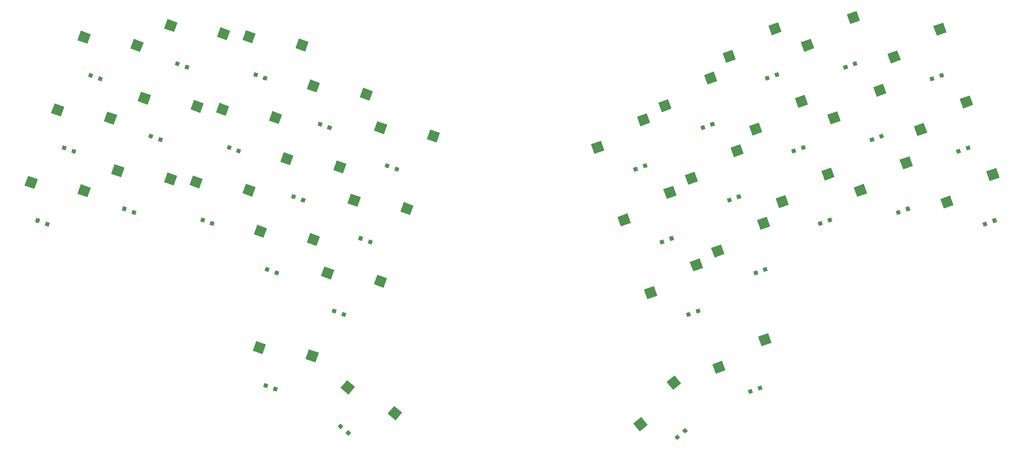
<source format=gbr>
%TF.GenerationSoftware,KiCad,Pcbnew,(5.1.10-1-10_14)*%
%TF.CreationDate,2021-09-29T22:28:47+08:00*%
%TF.ProjectId,k34,6b33342e-6b69-4636-9164-5f7063625858,rev?*%
%TF.SameCoordinates,Original*%
%TF.FileFunction,Paste,Bot*%
%TF.FilePolarity,Positive*%
%FSLAX46Y46*%
G04 Gerber Fmt 4.6, Leading zero omitted, Abs format (unit mm)*
G04 Created by KiCad (PCBNEW (5.1.10-1-10_14)) date 2021-09-29 22:28:47*
%MOMM*%
%LPD*%
G01*
G04 APERTURE LIST*
%ADD10C,0.100000*%
G04 APERTURE END LIST*
D10*
%TO.C,D1*%
G36*
X34184528Y-44871311D02*
G01*
X34526548Y-43931619D01*
X35466240Y-44273639D01*
X35124220Y-45213331D01*
X34184528Y-44871311D01*
G37*
G36*
X36533760Y-45726361D02*
G01*
X36875780Y-44786669D01*
X37815472Y-45128689D01*
X37473452Y-46068381D01*
X36533760Y-45726361D01*
G37*
%TD*%
%TO.C,D2*%
G36*
X55505873Y-41989868D02*
G01*
X55847893Y-41050176D01*
X56787585Y-41392196D01*
X56445565Y-42331888D01*
X55505873Y-41989868D01*
G37*
G36*
X57855105Y-42844918D02*
G01*
X58197125Y-41905226D01*
X59136817Y-42247246D01*
X58794797Y-43186938D01*
X57855105Y-42844918D01*
G37*
%TD*%
%TO.C,D3*%
G36*
X74775098Y-44746581D02*
G01*
X75117118Y-43806889D01*
X76056810Y-44148909D01*
X75714790Y-45088601D01*
X74775098Y-44746581D01*
G37*
G36*
X77124330Y-45601631D02*
G01*
X77466350Y-44661939D01*
X78406042Y-45003959D01*
X78064022Y-45943651D01*
X77124330Y-45601631D01*
G37*
%TD*%
%TO.C,D4*%
G36*
X90624122Y-56900221D02*
G01*
X90966142Y-55960529D01*
X91905834Y-56302549D01*
X91563814Y-57242241D01*
X90624122Y-56900221D01*
G37*
G36*
X92973354Y-57755271D02*
G01*
X93315374Y-56815579D01*
X94255066Y-57157599D01*
X93913046Y-58097291D01*
X92973354Y-57755271D01*
G37*
%TD*%
%TO.C,D5*%
G36*
X107157186Y-67174475D02*
G01*
X107499206Y-66234783D01*
X108438898Y-66576803D01*
X108096878Y-67516495D01*
X107157186Y-67174475D01*
G37*
G36*
X109506418Y-68029525D02*
G01*
X109848438Y-67089833D01*
X110788130Y-67431853D01*
X110446110Y-68371545D01*
X109506418Y-68029525D01*
G37*
%TD*%
%TO.C,D6*%
G36*
X171611093Y-66234783D02*
G01*
X171953113Y-67174475D01*
X171013421Y-67516495D01*
X170671401Y-66576803D01*
X171611093Y-66234783D01*
G37*
G36*
X169261861Y-67089833D02*
G01*
X169603881Y-68029525D01*
X168664189Y-68371545D01*
X168322169Y-67431853D01*
X169261861Y-67089833D01*
G37*
%TD*%
%TO.C,D7*%
G36*
X188144157Y-55960529D02*
G01*
X188486177Y-56900221D01*
X187546485Y-57242241D01*
X187204465Y-56302549D01*
X188144157Y-55960529D01*
G37*
G36*
X185794925Y-56815579D02*
G01*
X186136945Y-57755271D01*
X185197253Y-58097291D01*
X184855233Y-57157599D01*
X185794925Y-56815579D01*
G37*
%TD*%
%TO.C,D8*%
G36*
X203993180Y-43806889D02*
G01*
X204335200Y-44746581D01*
X203395508Y-45088601D01*
X203053488Y-44148909D01*
X203993180Y-43806889D01*
G37*
G36*
X201643948Y-44661939D02*
G01*
X201985968Y-45601631D01*
X201046276Y-45943651D01*
X200704256Y-45003959D01*
X201643948Y-44661939D01*
G37*
%TD*%
%TO.C,D9*%
G36*
X223262405Y-41050176D02*
G01*
X223604425Y-41989868D01*
X222664733Y-42331888D01*
X222322713Y-41392196D01*
X223262405Y-41050176D01*
G37*
G36*
X220913173Y-41905226D02*
G01*
X221255193Y-42844918D01*
X220315501Y-43186938D01*
X219973481Y-42247246D01*
X220913173Y-41905226D01*
G37*
%TD*%
%TO.C,D10*%
G36*
X244583751Y-43931619D02*
G01*
X244925771Y-44871311D01*
X243986079Y-45213331D01*
X243644059Y-44273639D01*
X244583751Y-43931619D01*
G37*
G36*
X242234519Y-44786669D02*
G01*
X242576539Y-45726361D01*
X241636847Y-46068381D01*
X241294827Y-45128689D01*
X242234519Y-44786669D01*
G37*
%TD*%
%TO.C,D11*%
G36*
X27669044Y-62772455D02*
G01*
X28011064Y-61832763D01*
X28950756Y-62174783D01*
X28608736Y-63114475D01*
X27669044Y-62772455D01*
G37*
G36*
X30018276Y-63627505D02*
G01*
X30360296Y-62687813D01*
X31299988Y-63029833D01*
X30957968Y-63969525D01*
X30018276Y-63627505D01*
G37*
%TD*%
%TO.C,D12*%
G36*
X48990390Y-59891012D02*
G01*
X49332410Y-58951320D01*
X50272102Y-59293340D01*
X49930082Y-60233032D01*
X48990390Y-59891012D01*
G37*
G36*
X51339622Y-60746062D02*
G01*
X51681642Y-59806370D01*
X52621334Y-60148390D01*
X52279314Y-61088082D01*
X51339622Y-60746062D01*
G37*
%TD*%
%TO.C,D13*%
G36*
X68259615Y-62647726D02*
G01*
X68601635Y-61708034D01*
X69541327Y-62050054D01*
X69199307Y-62989746D01*
X68259615Y-62647726D01*
G37*
G36*
X70608847Y-63502776D02*
G01*
X70950867Y-62563084D01*
X71890559Y-62905104D01*
X71548539Y-63844796D01*
X70608847Y-63502776D01*
G37*
%TD*%
%TO.C,D14*%
G36*
X84108638Y-74801365D02*
G01*
X84450658Y-73861673D01*
X85390350Y-74203693D01*
X85048330Y-75143385D01*
X84108638Y-74801365D01*
G37*
G36*
X86457870Y-75656415D02*
G01*
X86799890Y-74716723D01*
X87739582Y-75058743D01*
X87397562Y-75998435D01*
X86457870Y-75656415D01*
G37*
%TD*%
%TO.C,D15*%
G36*
X100641702Y-85075619D02*
G01*
X100983722Y-84135927D01*
X101923414Y-84477947D01*
X101581394Y-85417639D01*
X100641702Y-85075619D01*
G37*
G36*
X102990934Y-85930669D02*
G01*
X103332954Y-84990977D01*
X104272646Y-85332997D01*
X103930626Y-86272689D01*
X102990934Y-85930669D01*
G37*
%TD*%
%TO.C,D16*%
G36*
X178126577Y-84135927D02*
G01*
X178468597Y-85075619D01*
X177528905Y-85417639D01*
X177186885Y-84477947D01*
X178126577Y-84135927D01*
G37*
G36*
X175777345Y-84990977D02*
G01*
X176119365Y-85930669D01*
X175179673Y-86272689D01*
X174837653Y-85332997D01*
X175777345Y-84990977D01*
G37*
%TD*%
%TO.C,D17*%
G36*
X194659641Y-73861673D02*
G01*
X195001661Y-74801365D01*
X194061969Y-75143385D01*
X193719949Y-74203693D01*
X194659641Y-73861673D01*
G37*
G36*
X192310409Y-74716723D02*
G01*
X192652429Y-75656415D01*
X191712737Y-75998435D01*
X191370717Y-75058743D01*
X192310409Y-74716723D01*
G37*
%TD*%
%TO.C,D18*%
G36*
X208159432Y-62563084D02*
G01*
X208501452Y-63502776D01*
X207561760Y-63844796D01*
X207219740Y-62905104D01*
X208159432Y-62563084D01*
G37*
G36*
X210508664Y-61708034D02*
G01*
X210850684Y-62647726D01*
X209910992Y-62989746D01*
X209568972Y-62050054D01*
X210508664Y-61708034D01*
G37*
%TD*%
%TO.C,D19*%
G36*
X227428657Y-59806370D02*
G01*
X227770677Y-60746062D01*
X226830985Y-61088082D01*
X226488965Y-60148390D01*
X227428657Y-59806370D01*
G37*
G36*
X229777889Y-58951320D02*
G01*
X230119909Y-59891012D01*
X229180217Y-60233032D01*
X228838197Y-59293340D01*
X229777889Y-58951320D01*
G37*
%TD*%
%TO.C,D20*%
G36*
X248750003Y-62687813D02*
G01*
X249092023Y-63627505D01*
X248152331Y-63969525D01*
X247810311Y-63029833D01*
X248750003Y-62687813D01*
G37*
G36*
X251099235Y-61832763D02*
G01*
X251441255Y-62772455D01*
X250501563Y-63114475D01*
X250159543Y-62174783D01*
X251099235Y-61832763D01*
G37*
%TD*%
%TO.C,D21*%
G36*
X23502792Y-81528649D02*
G01*
X23844812Y-80588957D01*
X24784504Y-80930977D01*
X24442484Y-81870669D01*
X23502792Y-81528649D01*
G37*
G36*
X21153560Y-80673599D02*
G01*
X21495580Y-79733907D01*
X22435272Y-80075927D01*
X22093252Y-81015619D01*
X21153560Y-80673599D01*
G37*
%TD*%
%TO.C,D22*%
G36*
X44824138Y-78647207D02*
G01*
X45166158Y-77707515D01*
X46105850Y-78049535D01*
X45763830Y-78989227D01*
X44824138Y-78647207D01*
G37*
G36*
X42474906Y-77792157D02*
G01*
X42816926Y-76852465D01*
X43756618Y-77194485D01*
X43414598Y-78134177D01*
X42474906Y-77792157D01*
G37*
%TD*%
%TO.C,D23*%
G36*
X64093363Y-81403920D02*
G01*
X64435383Y-80464228D01*
X65375075Y-80806248D01*
X65033055Y-81745940D01*
X64093363Y-81403920D01*
G37*
G36*
X61744131Y-80548870D02*
G01*
X62086151Y-79609178D01*
X63025843Y-79951198D01*
X62683823Y-80890890D01*
X61744131Y-80548870D01*
G37*
%TD*%
%TO.C,D24*%
G36*
X79942386Y-93557560D02*
G01*
X80284406Y-92617868D01*
X81224098Y-92959888D01*
X80882078Y-93899580D01*
X79942386Y-93557560D01*
G37*
G36*
X77593154Y-92702510D02*
G01*
X77935174Y-91762818D01*
X78874866Y-92104838D01*
X78532846Y-93044530D01*
X77593154Y-92702510D01*
G37*
%TD*%
%TO.C,D25*%
G36*
X96475450Y-103831814D02*
G01*
X96817470Y-102892122D01*
X97757162Y-103234142D01*
X97415142Y-104173834D01*
X96475450Y-103831814D01*
G37*
G36*
X94126218Y-102976764D02*
G01*
X94468238Y-102037072D01*
X95407930Y-102379092D01*
X95065910Y-103318784D01*
X94126218Y-102976764D01*
G37*
%TD*%
%TO.C,D26*%
G36*
X182292829Y-102892122D02*
G01*
X182634849Y-103831814D01*
X181695157Y-104173834D01*
X181353137Y-103234142D01*
X182292829Y-102892122D01*
G37*
G36*
X184642061Y-102037072D02*
G01*
X184984081Y-102976764D01*
X184044389Y-103318784D01*
X183702369Y-102379092D01*
X184642061Y-102037072D01*
G37*
%TD*%
%TO.C,D27*%
G36*
X198825892Y-92617868D02*
G01*
X199167912Y-93557560D01*
X198228220Y-93899580D01*
X197886200Y-92959888D01*
X198825892Y-92617868D01*
G37*
G36*
X201175124Y-91762818D02*
G01*
X201517144Y-92702510D01*
X200577452Y-93044530D01*
X200235432Y-92104838D01*
X201175124Y-91762818D01*
G37*
%TD*%
%TO.C,D28*%
G36*
X214674916Y-80464228D02*
G01*
X215016936Y-81403920D01*
X214077244Y-81745940D01*
X213735224Y-80806248D01*
X214674916Y-80464228D01*
G37*
G36*
X217024148Y-79609178D02*
G01*
X217366168Y-80548870D01*
X216426476Y-80890890D01*
X216084456Y-79951198D01*
X217024148Y-79609178D01*
G37*
%TD*%
%TO.C,D29*%
G36*
X233944141Y-77707515D02*
G01*
X234286161Y-78647207D01*
X233346469Y-78989227D01*
X233004449Y-78049535D01*
X233944141Y-77707515D01*
G37*
G36*
X236293373Y-76852465D02*
G01*
X236635393Y-77792157D01*
X235695701Y-78134177D01*
X235353681Y-77194485D01*
X236293373Y-76852465D01*
G37*
%TD*%
%TO.C,D30*%
G36*
X255265487Y-80588957D02*
G01*
X255607507Y-81528649D01*
X254667815Y-81870669D01*
X254325795Y-80930977D01*
X255265487Y-80588957D01*
G37*
G36*
X257614719Y-79733907D02*
G01*
X257956739Y-80673599D01*
X257017047Y-81015619D01*
X256675027Y-80075927D01*
X257614719Y-79733907D01*
G37*
%TD*%
%TO.C,D31*%
G36*
X79641314Y-122233987D02*
G01*
X79983334Y-121294295D01*
X80923026Y-121636315D01*
X80581006Y-122576007D01*
X79641314Y-122233987D01*
G37*
G36*
X77292082Y-121378937D02*
G01*
X77634102Y-120439245D01*
X78573794Y-120781265D01*
X78231774Y-121720957D01*
X77292082Y-121378937D01*
G37*
%TD*%
%TO.C,D32*%
G36*
X95620028Y-131211143D02*
G01*
X96262816Y-130445099D01*
X97028860Y-131087887D01*
X96386072Y-131853931D01*
X95620028Y-131211143D01*
G37*
G36*
X97535140Y-132818113D02*
G01*
X98177928Y-132052069D01*
X98943972Y-132694857D01*
X98301184Y-133460901D01*
X97535140Y-132818113D01*
G37*
%TD*%
%TO.C,D33*%
G36*
X181076685Y-132879882D02*
G01*
X180433897Y-132113838D01*
X181199941Y-131471050D01*
X181842729Y-132237094D01*
X181076685Y-132879882D01*
G37*
G36*
X179161573Y-134486852D02*
G01*
X178518785Y-133720808D01*
X179284829Y-133078020D01*
X179927617Y-133844064D01*
X179161573Y-134486852D01*
G37*
%TD*%
%TO.C,D34*%
G36*
X199249780Y-122260331D02*
G01*
X198907760Y-121320639D01*
X199847452Y-120978619D01*
X200189472Y-121918311D01*
X199249780Y-122260331D01*
G37*
G36*
X196900548Y-123115381D02*
G01*
X196558528Y-122175689D01*
X197498220Y-121833669D01*
X197840240Y-122773361D01*
X196900548Y-123115381D01*
G37*
%TD*%
%TO.C,MX1*%
G36*
X31585376Y-35928508D02*
G01*
X32440426Y-33579277D01*
X34836642Y-34451428D01*
X33981592Y-36800659D01*
X31585376Y-35928508D01*
G37*
G36*
X44601514Y-37962983D02*
G01*
X45456564Y-35613752D01*
X47852780Y-36485903D01*
X46997730Y-38835134D01*
X44601514Y-37962983D01*
G37*
%TD*%
%TO.C,MX2*%
G36*
X52906721Y-33047065D02*
G01*
X53761771Y-30697834D01*
X56157987Y-31569985D01*
X55302937Y-33919216D01*
X52906721Y-33047065D01*
G37*
G36*
X65922859Y-35081540D02*
G01*
X66777909Y-32732309D01*
X69174125Y-33604460D01*
X68319075Y-35953691D01*
X65922859Y-35081540D01*
G37*
%TD*%
%TO.C,MX3*%
G36*
X72175946Y-35803778D02*
G01*
X73030996Y-33454547D01*
X75427212Y-34326698D01*
X74572162Y-36675929D01*
X72175946Y-35803778D01*
G37*
G36*
X85192084Y-37838253D02*
G01*
X86047134Y-35489022D01*
X88443350Y-36361173D01*
X87588300Y-38710404D01*
X85192084Y-37838253D01*
G37*
%TD*%
%TO.C,MX4*%
G36*
X88024970Y-47957418D02*
G01*
X88880020Y-45608187D01*
X91276236Y-46480338D01*
X90421186Y-48829569D01*
X88024970Y-47957418D01*
G37*
G36*
X101041108Y-49991893D02*
G01*
X101896158Y-47642662D01*
X104292374Y-48514813D01*
X103437324Y-50864044D01*
X101041108Y-49991893D01*
G37*
%TD*%
%TO.C,MX5*%
G36*
X104558034Y-58231672D02*
G01*
X105413084Y-55882441D01*
X107809300Y-56754592D01*
X106954250Y-59103823D01*
X104558034Y-58231672D01*
G37*
G36*
X117574172Y-60266147D02*
G01*
X118429222Y-57916916D01*
X120825438Y-58789067D01*
X119970388Y-61138298D01*
X117574172Y-60266147D01*
G37*
%TD*%
%TO.C,MX6*%
G36*
X158840605Y-63950248D02*
G01*
X157985555Y-61601017D01*
X160381771Y-60728866D01*
X161236821Y-63078097D01*
X158840605Y-63950248D01*
G37*
G36*
X170119280Y-57142135D02*
G01*
X169264230Y-54792904D01*
X171660446Y-53920753D01*
X172515496Y-56269984D01*
X170119280Y-57142135D01*
G37*
%TD*%
%TO.C,MX7*%
G36*
X175373669Y-53675994D02*
G01*
X174518619Y-51326763D01*
X176914835Y-50454612D01*
X177769885Y-52803843D01*
X175373669Y-53675994D01*
G37*
G36*
X186652344Y-46867881D02*
G01*
X185797294Y-44518650D01*
X188193510Y-43646499D01*
X189048560Y-45995730D01*
X186652344Y-46867881D01*
G37*
%TD*%
%TO.C,MX8*%
G36*
X191222692Y-41522354D02*
G01*
X190367642Y-39173123D01*
X192763858Y-38300972D01*
X193618908Y-40650203D01*
X191222692Y-41522354D01*
G37*
G36*
X202501367Y-34714241D02*
G01*
X201646317Y-32365010D01*
X204042533Y-31492859D01*
X204897583Y-33842090D01*
X202501367Y-34714241D01*
G37*
%TD*%
%TO.C,MX9*%
G36*
X210491917Y-38765641D02*
G01*
X209636867Y-36416410D01*
X212033083Y-35544259D01*
X212888133Y-37893490D01*
X210491917Y-38765641D01*
G37*
G36*
X221770592Y-31957528D02*
G01*
X220915542Y-29608297D01*
X223311758Y-28736146D01*
X224166808Y-31085377D01*
X221770592Y-31957528D01*
G37*
%TD*%
%TO.C,MX10*%
G36*
X231813263Y-41647084D02*
G01*
X230958213Y-39297853D01*
X233354429Y-38425702D01*
X234209479Y-40774933D01*
X231813263Y-41647084D01*
G37*
G36*
X243091938Y-34838971D02*
G01*
X242236888Y-32489740D01*
X244633104Y-31617589D01*
X245488154Y-33966820D01*
X243091938Y-34838971D01*
G37*
%TD*%
%TO.C,MX11*%
G36*
X25069892Y-53829652D02*
G01*
X25924942Y-51480421D01*
X28321158Y-52352572D01*
X27466108Y-54701803D01*
X25069892Y-53829652D01*
G37*
G36*
X38086030Y-55864127D02*
G01*
X38941080Y-53514896D01*
X41337296Y-54387047D01*
X40482246Y-56736278D01*
X38086030Y-55864127D01*
G37*
%TD*%
%TO.C,MX12*%
G36*
X46391238Y-50948209D02*
G01*
X47246288Y-48598978D01*
X49642504Y-49471129D01*
X48787454Y-51820360D01*
X46391238Y-50948209D01*
G37*
G36*
X59407376Y-52982684D02*
G01*
X60262426Y-50633453D01*
X62658642Y-51505604D01*
X61803592Y-53854835D01*
X59407376Y-52982684D01*
G37*
%TD*%
%TO.C,MX13*%
G36*
X65660463Y-53704923D02*
G01*
X66515513Y-51355692D01*
X68911729Y-52227843D01*
X68056679Y-54577074D01*
X65660463Y-53704923D01*
G37*
G36*
X78676601Y-55739398D02*
G01*
X79531651Y-53390167D01*
X81927867Y-54262318D01*
X81072817Y-56611549D01*
X78676601Y-55739398D01*
G37*
%TD*%
%TO.C,MX14*%
G36*
X81509486Y-65858562D02*
G01*
X82364536Y-63509331D01*
X84760752Y-64381482D01*
X83905702Y-66730713D01*
X81509486Y-65858562D01*
G37*
G36*
X94525624Y-67893037D02*
G01*
X95380674Y-65543806D01*
X97776890Y-66415957D01*
X96921840Y-68765188D01*
X94525624Y-67893037D01*
G37*
%TD*%
%TO.C,MX15*%
G36*
X98042550Y-76132816D02*
G01*
X98897600Y-73783585D01*
X101293816Y-74655736D01*
X100438766Y-77004967D01*
X98042550Y-76132816D01*
G37*
G36*
X111058688Y-78167291D02*
G01*
X111913738Y-75818060D01*
X114309954Y-76690211D01*
X113454904Y-79039442D01*
X111058688Y-78167291D01*
G37*
%TD*%
%TO.C,MX16*%
G36*
X165356089Y-81851392D02*
G01*
X164501039Y-79502161D01*
X166897255Y-78630010D01*
X167752305Y-80979241D01*
X165356089Y-81851392D01*
G37*
G36*
X176634764Y-75043279D02*
G01*
X175779714Y-72694048D01*
X178175930Y-71821897D01*
X179030980Y-74171128D01*
X176634764Y-75043279D01*
G37*
%TD*%
%TO.C,MX17*%
G36*
X181889153Y-71577138D02*
G01*
X181034103Y-69227907D01*
X183430319Y-68355756D01*
X184285369Y-70704987D01*
X181889153Y-71577138D01*
G37*
G36*
X193167828Y-64769025D02*
G01*
X192312778Y-62419794D01*
X194708994Y-61547643D01*
X195564044Y-63896874D01*
X193167828Y-64769025D01*
G37*
%TD*%
%TO.C,MX18*%
G36*
X209016851Y-52615386D02*
G01*
X208161801Y-50266155D01*
X210558017Y-49394004D01*
X211413067Y-51743235D01*
X209016851Y-52615386D01*
G37*
G36*
X197738176Y-59423499D02*
G01*
X196883126Y-57074268D01*
X199279342Y-56202117D01*
X200134392Y-58551348D01*
X197738176Y-59423499D01*
G37*
%TD*%
%TO.C,MX19*%
G36*
X228286076Y-49858672D02*
G01*
X227431026Y-47509441D01*
X229827242Y-46637290D01*
X230682292Y-48986521D01*
X228286076Y-49858672D01*
G37*
G36*
X217007401Y-56666785D02*
G01*
X216152351Y-54317554D01*
X218548567Y-53445403D01*
X219403617Y-55794634D01*
X217007401Y-56666785D01*
G37*
%TD*%
%TO.C,MX20*%
G36*
X249607422Y-52740115D02*
G01*
X248752372Y-50390884D01*
X251148588Y-49518733D01*
X252003638Y-51867964D01*
X249607422Y-52740115D01*
G37*
G36*
X238328747Y-59548228D02*
G01*
X237473697Y-57198997D01*
X239869913Y-56326846D01*
X240724963Y-58676077D01*
X238328747Y-59548228D01*
G37*
%TD*%
%TO.C,MX21*%
G36*
X31570546Y-73765271D02*
G01*
X32425596Y-71416040D01*
X34821812Y-72288191D01*
X33966762Y-74637422D01*
X31570546Y-73765271D01*
G37*
G36*
X18554408Y-71730796D02*
G01*
X19409458Y-69381565D01*
X21805674Y-70253716D01*
X20950624Y-72602947D01*
X18554408Y-71730796D01*
G37*
%TD*%
%TO.C,MX22*%
G36*
X52891892Y-70883829D02*
G01*
X53746942Y-68534598D01*
X56143158Y-69406749D01*
X55288108Y-71755980D01*
X52891892Y-70883829D01*
G37*
G36*
X39875754Y-68849354D02*
G01*
X40730804Y-66500123D01*
X43127020Y-67372274D01*
X42271970Y-69721505D01*
X39875754Y-68849354D01*
G37*
%TD*%
%TO.C,MX23*%
G36*
X72161117Y-73640542D02*
G01*
X73016167Y-71291311D01*
X75412383Y-72163462D01*
X74557333Y-74512693D01*
X72161117Y-73640542D01*
G37*
G36*
X59144979Y-71606067D02*
G01*
X60000029Y-69256836D01*
X62396245Y-70128987D01*
X61541195Y-72478218D01*
X59144979Y-71606067D01*
G37*
%TD*%
%TO.C,MX24*%
G36*
X88010140Y-85794182D02*
G01*
X88865190Y-83444951D01*
X91261406Y-84317102D01*
X90406356Y-86666333D01*
X88010140Y-85794182D01*
G37*
G36*
X74994002Y-83759707D02*
G01*
X75849052Y-81410476D01*
X78245268Y-82282627D01*
X77390218Y-84631858D01*
X74994002Y-83759707D01*
G37*
%TD*%
%TO.C,MX25*%
G36*
X104543204Y-96068436D02*
G01*
X105398254Y-93719205D01*
X107794470Y-94591356D01*
X106939420Y-96940587D01*
X104543204Y-96068436D01*
G37*
G36*
X91527066Y-94033961D02*
G01*
X92382116Y-91684730D01*
X94778332Y-92556881D01*
X93923282Y-94906112D01*
X91527066Y-94033961D01*
G37*
%TD*%
%TO.C,MX26*%
G36*
X183150248Y-92944424D02*
G01*
X182295198Y-90595193D01*
X184691414Y-89723042D01*
X185546464Y-92072273D01*
X183150248Y-92944424D01*
G37*
G36*
X171871573Y-99752537D02*
G01*
X171016523Y-97403306D01*
X173412739Y-96531155D01*
X174267789Y-98880386D01*
X171871573Y-99752537D01*
G37*
%TD*%
%TO.C,MX27*%
G36*
X199683311Y-82670170D02*
G01*
X198828261Y-80320939D01*
X201224477Y-79448788D01*
X202079527Y-81798019D01*
X199683311Y-82670170D01*
G37*
G36*
X188404636Y-89478283D02*
G01*
X187549586Y-87129052D01*
X189945802Y-86256901D01*
X190800852Y-88606132D01*
X188404636Y-89478283D01*
G37*
%TD*%
%TO.C,MX28*%
G36*
X215532335Y-70516530D02*
G01*
X214677285Y-68167299D01*
X217073501Y-67295148D01*
X217928551Y-69644379D01*
X215532335Y-70516530D01*
G37*
G36*
X204253660Y-77324643D02*
G01*
X203398610Y-74975412D01*
X205794826Y-74103261D01*
X206649876Y-76452492D01*
X204253660Y-77324643D01*
G37*
%TD*%
%TO.C,MX29*%
G36*
X234801560Y-67759817D02*
G01*
X233946510Y-65410586D01*
X236342726Y-64538435D01*
X237197776Y-66887666D01*
X234801560Y-67759817D01*
G37*
G36*
X223522885Y-74567930D02*
G01*
X222667835Y-72218699D01*
X225064051Y-71346548D01*
X225919101Y-73695779D01*
X223522885Y-74567930D01*
G37*
%TD*%
%TO.C,MX30*%
G36*
X256122906Y-70641259D02*
G01*
X255267856Y-68292028D01*
X257664072Y-67419877D01*
X258519122Y-69769108D01*
X256122906Y-70641259D01*
G37*
G36*
X244844231Y-77449372D02*
G01*
X243989181Y-75100141D01*
X246385397Y-74227990D01*
X247240447Y-76577221D01*
X244844231Y-77449372D01*
G37*
%TD*%
%TO.C,MX31*%
G36*
X87709068Y-114470609D02*
G01*
X88564118Y-112121378D01*
X90960334Y-112993529D01*
X90105284Y-115342760D01*
X87709068Y-114470609D01*
G37*
G36*
X74692930Y-112436134D02*
G01*
X75547980Y-110086903D01*
X77944196Y-110959054D01*
X77089146Y-113308285D01*
X74692930Y-112436134D01*
G37*
%TD*%
%TO.C,MX32*%
G36*
X107889944Y-127980611D02*
G01*
X109496913Y-126065500D01*
X111450326Y-127704609D01*
X109843357Y-129619720D01*
X107889944Y-127980611D01*
G37*
G36*
X96354607Y-121617049D02*
G01*
X97961576Y-119701938D01*
X99914989Y-121341047D01*
X98308020Y-123256158D01*
X96354607Y-121617049D01*
G37*
%TD*%
%TO.C,MX33*%
G36*
X178217406Y-122109390D02*
G01*
X176610437Y-120194279D01*
X178563850Y-118555170D01*
X180170819Y-120470281D01*
X178217406Y-122109390D01*
G37*
G36*
X169947430Y-132364458D02*
G01*
X168340461Y-130449347D01*
X170293874Y-128810238D01*
X171900843Y-130725349D01*
X169947430Y-132364458D01*
G37*
%TD*%
%TO.C,MX34*%
G36*
X199984384Y-111346597D02*
G01*
X199129334Y-108997366D01*
X201525550Y-108125215D01*
X202380600Y-110474446D01*
X199984384Y-111346597D01*
G37*
G36*
X188705709Y-118154710D02*
G01*
X187850659Y-115805479D01*
X190246875Y-114933328D01*
X191101925Y-117282559D01*
X188705709Y-118154710D01*
G37*
%TD*%
M02*

</source>
